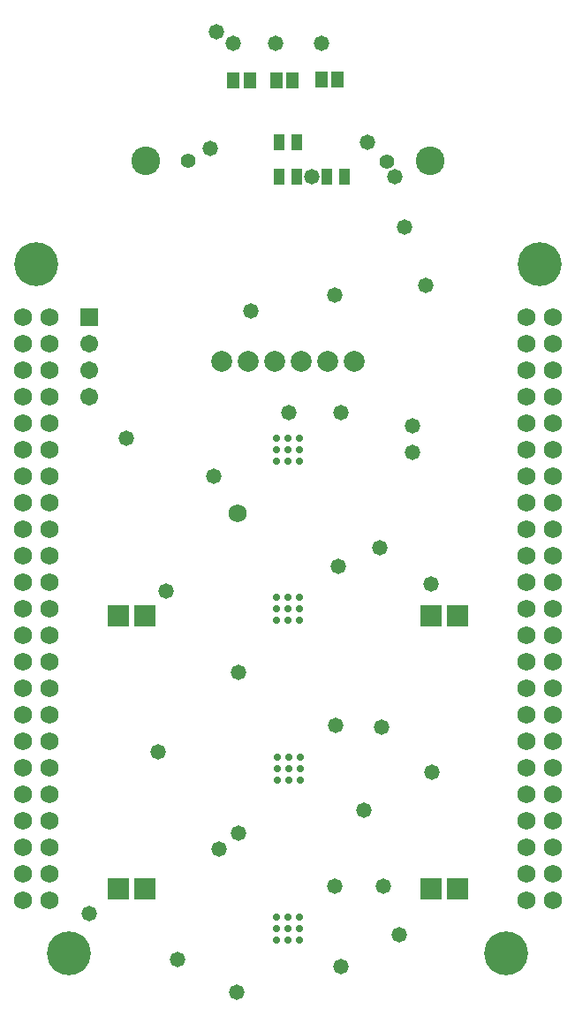
<source format=gbr>
G04 Layer_Color=8388736*
%FSLAX26Y26*%
%MOIN*%
%TF.FileFunction,Soldermask,Top*%
%TF.Part,Single*%
G01*
G75*
%TA.AperFunction,SMDPad,CuDef*%
%ADD38R,0.045402X0.061150*%
%ADD39R,0.041465X0.059181*%
%TA.AperFunction,ComponentPad*%
%ADD40C,0.165480*%
%ADD41C,0.068000*%
%TA.AperFunction,ViaPad*%
%ADD42C,0.068000*%
%TA.AperFunction,ComponentPad*%
%ADD43C,0.108000*%
%ADD44C,0.055000*%
%ADD45R,0.067055X0.067055*%
%ADD46C,0.067055*%
%ADD47R,0.078866X0.078866*%
%ADD48C,0.078866*%
%TA.AperFunction,ViaPad*%
%ADD49C,0.058000*%
%ADD50C,0.027685*%
D38*
X756740Y895992D02*
D03*
X693748D02*
D03*
X918976D02*
D03*
X855984D02*
D03*
X1088976Y898229D02*
D03*
X1025985D02*
D03*
D39*
X933464Y660000D02*
D03*
X866536D02*
D03*
X1046536Y530000D02*
D03*
X1113464D02*
D03*
X933464D02*
D03*
X866536D02*
D03*
D40*
X1850000Y200000D02*
D03*
X-50000D02*
D03*
X75000Y-2400000D02*
D03*
X1725000D02*
D03*
D41*
X1800000Y0D02*
D03*
Y-100000D02*
D03*
Y-200000D02*
D03*
Y-300000D02*
D03*
Y-400000D02*
D03*
Y-500000D02*
D03*
Y-600000D02*
D03*
Y-700000D02*
D03*
Y-800000D02*
D03*
Y-900000D02*
D03*
Y-1000000D02*
D03*
Y-1100000D02*
D03*
Y-1200000D02*
D03*
Y-1300000D02*
D03*
Y-1400000D02*
D03*
Y-1500000D02*
D03*
Y-1600000D02*
D03*
Y-1700000D02*
D03*
Y-1800000D02*
D03*
Y-1900000D02*
D03*
Y-2000000D02*
D03*
Y-2100000D02*
D03*
Y-2200000D02*
D03*
X1900000Y-100000D02*
D03*
Y-200000D02*
D03*
Y-300000D02*
D03*
Y-400000D02*
D03*
Y-500000D02*
D03*
Y-600000D02*
D03*
Y-700000D02*
D03*
Y-800000D02*
D03*
Y-900000D02*
D03*
Y-1000000D02*
D03*
Y-1100000D02*
D03*
Y-1200000D02*
D03*
Y-1300000D02*
D03*
Y-1400000D02*
D03*
Y-1500000D02*
D03*
Y-1600000D02*
D03*
Y-1700000D02*
D03*
Y-1800000D02*
D03*
Y-1900000D02*
D03*
Y-2000000D02*
D03*
Y-2100000D02*
D03*
Y-2200000D02*
D03*
X0Y0D02*
D03*
X-100000D02*
D03*
Y-100000D02*
D03*
Y-200000D02*
D03*
Y-300000D02*
D03*
Y-400000D02*
D03*
Y-500000D02*
D03*
Y-600000D02*
D03*
Y-700000D02*
D03*
Y-800000D02*
D03*
Y-900000D02*
D03*
Y-1000000D02*
D03*
Y-1100000D02*
D03*
Y-1200000D02*
D03*
Y-1300000D02*
D03*
Y-1400000D02*
D03*
Y-1500000D02*
D03*
Y-1600000D02*
D03*
Y-1700000D02*
D03*
Y-1800000D02*
D03*
Y-1900000D02*
D03*
Y-2000000D02*
D03*
Y-2100000D02*
D03*
Y-2200000D02*
D03*
X0Y-100000D02*
D03*
Y-200000D02*
D03*
Y-300000D02*
D03*
Y-400000D02*
D03*
Y-500000D02*
D03*
Y-600000D02*
D03*
Y-700000D02*
D03*
Y-800000D02*
D03*
Y-900000D02*
D03*
Y-1000000D02*
D03*
Y-1100000D02*
D03*
Y-1200000D02*
D03*
Y-1300000D02*
D03*
Y-1400000D02*
D03*
Y-1500000D02*
D03*
Y-1600000D02*
D03*
Y-1700000D02*
D03*
Y-1800000D02*
D03*
Y-1900000D02*
D03*
Y-2000000D02*
D03*
Y-2100000D02*
D03*
Y-2200000D02*
D03*
X1900000Y0D02*
D03*
D42*
X711614Y-740000D02*
D03*
D43*
X1436200Y590000D02*
D03*
X363800D02*
D03*
D44*
X525700D02*
D03*
X1274300Y588400D02*
D03*
D45*
X150000Y0D02*
D03*
D46*
Y-100000D02*
D03*
Y-200000D02*
D03*
Y-300000D02*
D03*
D47*
X1440551Y-2156000D02*
D03*
X1540551D02*
D03*
X359449D02*
D03*
X259449D02*
D03*
Y-1124897D02*
D03*
X359449D02*
D03*
X1440551D02*
D03*
X1540551D02*
D03*
D48*
X1150000Y-166000D02*
D03*
X1050000D02*
D03*
X950000D02*
D03*
X850000D02*
D03*
X750000D02*
D03*
X650000D02*
D03*
D49*
X693748Y1035992D02*
D03*
X854804Y1034000D02*
D03*
X1027480Y1035992D02*
D03*
X1255694Y-1546196D02*
D03*
X707480Y-2544008D02*
D03*
X714566Y-1946000D02*
D03*
Y-1340000D02*
D03*
X1320000Y-2330000D02*
D03*
X1186536Y-1860000D02*
D03*
X1370000Y-410000D02*
D03*
Y-509796D02*
D03*
X1420000Y120000D02*
D03*
X631000Y1079000D02*
D03*
X607000Y637000D02*
D03*
X1260000Y-2143678D02*
D03*
X1076000D02*
D03*
X1080000Y-1540000D02*
D03*
X1100000Y-360000D02*
D03*
X1090000Y-940000D02*
D03*
X1247078Y-870000D02*
D03*
X620000Y-600000D02*
D03*
X903000Y-360000D02*
D03*
X1100000Y-2450000D02*
D03*
X150000Y-2250000D02*
D03*
X1303180Y530000D02*
D03*
X990000D02*
D03*
X1200000Y660000D02*
D03*
X410000Y-1637426D02*
D03*
X1444566Y-1716000D02*
D03*
X640000Y-2006000D02*
D03*
X485032Y-2421442D02*
D03*
X1076000Y85992D02*
D03*
X440000Y-1030063D02*
D03*
X290000Y-454874D02*
D03*
X1440766Y-1006000D02*
D03*
X760000Y25000D02*
D03*
X1340000Y340000D02*
D03*
D50*
X943306Y-1056694D02*
D03*
X900000D02*
D03*
X856692D02*
D03*
X943306Y-1100000D02*
D03*
X900000D02*
D03*
X856692D02*
D03*
X943306Y-1143308D02*
D03*
X900000D02*
D03*
X856692D02*
D03*
X859692Y-1746308D02*
D03*
X903000D02*
D03*
X946306D02*
D03*
X859692Y-1703000D02*
D03*
X903000D02*
D03*
X946306D02*
D03*
X859692Y-1659694D02*
D03*
X903000D02*
D03*
X946306D02*
D03*
X856692Y-2349308D02*
D03*
X900000D02*
D03*
X943306D02*
D03*
X856692Y-2306000D02*
D03*
X900000D02*
D03*
X943306D02*
D03*
X856692Y-2262694D02*
D03*
X900000D02*
D03*
X943306D02*
D03*
Y-454874D02*
D03*
X900000D02*
D03*
X856692D02*
D03*
X943306Y-498182D02*
D03*
X900000D02*
D03*
X856692D02*
D03*
X943306Y-541488D02*
D03*
X900000D02*
D03*
X856692D02*
D03*
%TF.MD5,a2bac3989814603b3c79222eea19c25c*%
M02*

</source>
